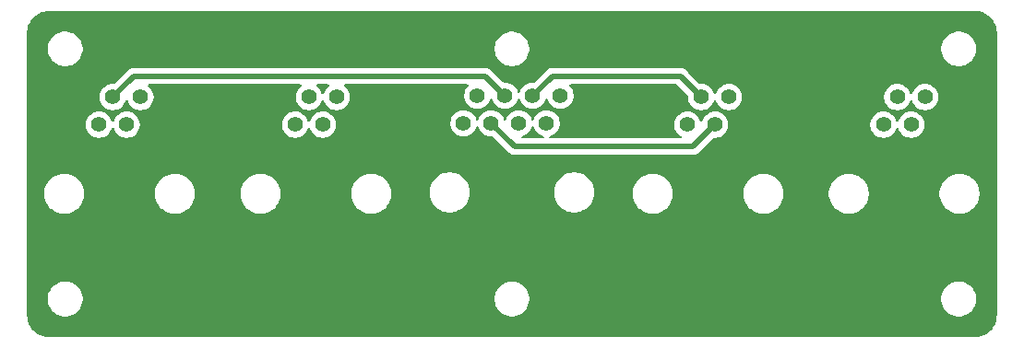
<source format=gbr>
%TF.GenerationSoftware,KiCad,Pcbnew,9.0.1-9.0.1-0~ubuntu24.04.1*%
%TF.CreationDate,2025-04-15T12:59:23-07:00*%
%TF.ProjectId,pots-over-cat6,706f7473-2d6f-4766-9572-2d636174362e,rev?*%
%TF.SameCoordinates,Original*%
%TF.FileFunction,Copper,L2,Bot*%
%TF.FilePolarity,Positive*%
%FSLAX46Y46*%
G04 Gerber Fmt 4.6, Leading zero omitted, Abs format (unit mm)*
G04 Created by KiCad (PCBNEW 9.0.1-9.0.1-0~ubuntu24.04.1) date 2025-04-15 12:59:23*
%MOMM*%
%LPD*%
G01*
G04 APERTURE LIST*
%TA.AperFunction,ComponentPad*%
%ADD10C,1.408000*%
%TD*%
%TA.AperFunction,Conductor*%
%ADD11C,0.500000*%
%TD*%
G04 APERTURE END LIST*
D10*
%TO.P,J5,8*%
%TO.N,/Br*%
X160445000Y-108310000D03*
%TO.P,J5,7*%
%TO.N,/WBr*%
X159175000Y-110850000D03*
%TO.P,J5,6*%
%TO.N,/G*%
X157905000Y-108310000D03*
%TO.P,J5,5*%
%TO.N,/WB*%
X156635000Y-110850000D03*
%TO.P,J5,4*%
%TO.N,/B*%
X155365000Y-108310000D03*
%TO.P,J5,3*%
%TO.N,/WG*%
X154095000Y-110850000D03*
%TO.P,J5,2*%
%TO.N,/O*%
X152825000Y-108310000D03*
%TO.P,J5,1*%
%TO.N,/WO*%
X151555000Y-110850000D03*
%TD*%
%TO.P,J4,4*%
%TO.N,unconnected-(J4-Pad4)*%
X193905000Y-108430000D03*
%TO.P,J4,3*%
%TO.N,/WBr*%
X192635000Y-110970000D03*
%TO.P,J4,2*%
%TO.N,/Br*%
X191365000Y-108430000D03*
%TO.P,J4,1*%
%TO.N,unconnected-(J4-Pad1)*%
X190095000Y-110970000D03*
%TD*%
%TO.P,J1,4*%
%TO.N,unconnected-(J1-Pad4)*%
X121905000Y-108430000D03*
%TO.P,J1,3*%
%TO.N,/WB*%
X120635000Y-110970000D03*
%TO.P,J1,2*%
%TO.N,/B*%
X119365000Y-108430000D03*
%TO.P,J1,1*%
%TO.N,unconnected-(J1-Pad1)*%
X118095000Y-110970000D03*
%TD*%
%TO.P,J2,4*%
%TO.N,unconnected-(J2-Pad4)*%
X139905000Y-108430000D03*
%TO.P,J2,3*%
%TO.N,/WO*%
X138635000Y-110970000D03*
%TO.P,J2,2*%
%TO.N,/O*%
X137365000Y-108430000D03*
%TO.P,J2,1*%
%TO.N,unconnected-(J2-Pad1)*%
X136095000Y-110970000D03*
%TD*%
%TO.P,J3,4*%
%TO.N,unconnected-(J3-Pad4)*%
X175905000Y-108430000D03*
%TO.P,J3,3*%
%TO.N,/WG*%
X174635000Y-110970000D03*
%TO.P,J3,2*%
%TO.N,/G*%
X173365000Y-108430000D03*
%TO.P,J3,1*%
%TO.N,unconnected-(J3-Pad1)*%
X172095000Y-110970000D03*
%TD*%
D11*
%TO.N,/B*%
X155365000Y-108310000D02*
X153555000Y-106500000D01*
X153555000Y-106500000D02*
X121295000Y-106500000D01*
X121295000Y-106500000D02*
X119365000Y-108430000D01*
%TO.N,/WG*%
X174635000Y-110970000D02*
X172605000Y-113000000D01*
X172605000Y-113000000D02*
X156245000Y-113000000D01*
X156245000Y-113000000D02*
X154095000Y-110850000D01*
%TO.N,/G*%
X171500000Y-106565000D02*
X171500000Y-106500000D01*
X173365000Y-108430000D02*
X171500000Y-106565000D01*
X171500000Y-106500000D02*
X159715000Y-106500000D01*
X159715000Y-106500000D02*
X157905000Y-108310000D01*
%TD*%
%TA.AperFunction,NonConductor*%
G36*
X198504043Y-100500765D02*
G01*
X198752895Y-100517075D01*
X198768953Y-100519190D01*
X198976105Y-100560395D01*
X199009535Y-100567045D01*
X199025202Y-100571243D01*
X199194947Y-100628863D01*
X199257481Y-100650091D01*
X199272458Y-100656294D01*
X199481799Y-100759529D01*
X199492460Y-100764787D01*
X199506508Y-100772897D01*
X199710464Y-100909177D01*
X199723328Y-100919048D01*
X199907749Y-101080781D01*
X199919218Y-101092250D01*
X200080951Y-101276671D01*
X200090825Y-101289539D01*
X200227102Y-101493492D01*
X200235212Y-101507539D01*
X200343702Y-101727534D01*
X200349909Y-101742520D01*
X200428756Y-101974797D01*
X200432954Y-101990464D01*
X200480807Y-102231035D01*
X200482925Y-102247116D01*
X200499235Y-102495956D01*
X200499500Y-102504066D01*
X200499500Y-128495933D01*
X200499235Y-128504043D01*
X200482925Y-128752883D01*
X200480807Y-128768964D01*
X200432954Y-129009535D01*
X200428756Y-129025202D01*
X200349909Y-129257479D01*
X200343702Y-129272465D01*
X200235212Y-129492460D01*
X200227102Y-129506507D01*
X200090825Y-129710460D01*
X200080951Y-129723328D01*
X199919218Y-129907749D01*
X199907749Y-129919218D01*
X199723328Y-130080951D01*
X199710460Y-130090825D01*
X199506507Y-130227102D01*
X199492460Y-130235212D01*
X199272465Y-130343702D01*
X199257479Y-130349909D01*
X199025202Y-130428756D01*
X199009535Y-130432954D01*
X198768964Y-130480807D01*
X198752883Y-130482925D01*
X198504043Y-130499235D01*
X198495933Y-130499500D01*
X113504067Y-130499500D01*
X113495957Y-130499235D01*
X113247116Y-130482925D01*
X113231035Y-130480807D01*
X112990464Y-130432954D01*
X112974797Y-130428756D01*
X112742520Y-130349909D01*
X112727534Y-130343702D01*
X112507539Y-130235212D01*
X112493492Y-130227102D01*
X112289539Y-130090825D01*
X112276671Y-130080951D01*
X112092250Y-129919218D01*
X112080781Y-129907749D01*
X111919048Y-129723328D01*
X111909174Y-129710460D01*
X111772897Y-129506507D01*
X111764787Y-129492460D01*
X111658855Y-129277652D01*
X111656294Y-129272458D01*
X111650090Y-129257479D01*
X111571243Y-129025202D01*
X111567045Y-129009535D01*
X111559186Y-128970026D01*
X111519190Y-128768953D01*
X111517075Y-128752895D01*
X111500765Y-128504043D01*
X111500500Y-128495933D01*
X111500500Y-126874038D01*
X113399500Y-126874038D01*
X113399500Y-127125961D01*
X113438910Y-127374785D01*
X113516760Y-127614383D01*
X113631132Y-127838848D01*
X113779201Y-128042649D01*
X113779205Y-128042654D01*
X113957345Y-128220794D01*
X113957350Y-128220798D01*
X114135117Y-128349952D01*
X114161155Y-128368870D01*
X114289192Y-128434108D01*
X114385616Y-128483239D01*
X114385618Y-128483239D01*
X114385621Y-128483241D01*
X114625215Y-128561090D01*
X114874038Y-128600500D01*
X114874039Y-128600500D01*
X115125961Y-128600500D01*
X115125962Y-128600500D01*
X115374785Y-128561090D01*
X115614379Y-128483241D01*
X115838845Y-128368870D01*
X116042656Y-128220793D01*
X116220793Y-128042656D01*
X116368870Y-127838845D01*
X116483241Y-127614379D01*
X116561090Y-127374785D01*
X116600500Y-127125962D01*
X116600500Y-126874038D01*
X154399500Y-126874038D01*
X154399500Y-127125961D01*
X154438910Y-127374785D01*
X154516760Y-127614383D01*
X154631132Y-127838848D01*
X154779201Y-128042649D01*
X154779205Y-128042654D01*
X154957345Y-128220794D01*
X154957350Y-128220798D01*
X155135117Y-128349952D01*
X155161155Y-128368870D01*
X155289192Y-128434108D01*
X155385616Y-128483239D01*
X155385618Y-128483239D01*
X155385621Y-128483241D01*
X155625215Y-128561090D01*
X155874038Y-128600500D01*
X155874039Y-128600500D01*
X156125961Y-128600500D01*
X156125962Y-128600500D01*
X156374785Y-128561090D01*
X156614379Y-128483241D01*
X156838845Y-128368870D01*
X157042656Y-128220793D01*
X157220793Y-128042656D01*
X157368870Y-127838845D01*
X157483241Y-127614379D01*
X157561090Y-127374785D01*
X157600500Y-127125962D01*
X157600500Y-126874038D01*
X195399500Y-126874038D01*
X195399500Y-127125961D01*
X195438910Y-127374785D01*
X195516760Y-127614383D01*
X195631132Y-127838848D01*
X195779201Y-128042649D01*
X195779205Y-128042654D01*
X195957345Y-128220794D01*
X195957350Y-128220798D01*
X196135117Y-128349952D01*
X196161155Y-128368870D01*
X196289192Y-128434108D01*
X196385616Y-128483239D01*
X196385618Y-128483239D01*
X196385621Y-128483241D01*
X196625215Y-128561090D01*
X196874038Y-128600500D01*
X196874039Y-128600500D01*
X197125961Y-128600500D01*
X197125962Y-128600500D01*
X197374785Y-128561090D01*
X197614379Y-128483241D01*
X197838845Y-128368870D01*
X198042656Y-128220793D01*
X198220793Y-128042656D01*
X198368870Y-127838845D01*
X198483241Y-127614379D01*
X198561090Y-127374785D01*
X198600500Y-127125962D01*
X198600500Y-126874038D01*
X198561090Y-126625215D01*
X198483241Y-126385621D01*
X198483239Y-126385618D01*
X198483239Y-126385616D01*
X198441747Y-126304184D01*
X198368870Y-126161155D01*
X198349952Y-126135117D01*
X198220798Y-125957350D01*
X198220794Y-125957345D01*
X198042654Y-125779205D01*
X198042649Y-125779201D01*
X197838848Y-125631132D01*
X197838847Y-125631131D01*
X197838845Y-125631130D01*
X197768747Y-125595413D01*
X197614383Y-125516760D01*
X197374785Y-125438910D01*
X197125962Y-125399500D01*
X196874038Y-125399500D01*
X196749626Y-125419205D01*
X196625214Y-125438910D01*
X196385616Y-125516760D01*
X196161151Y-125631132D01*
X195957350Y-125779201D01*
X195957345Y-125779205D01*
X195779205Y-125957345D01*
X195779201Y-125957350D01*
X195631132Y-126161151D01*
X195516760Y-126385616D01*
X195438910Y-126625214D01*
X195399500Y-126874038D01*
X157600500Y-126874038D01*
X157561090Y-126625215D01*
X157483241Y-126385621D01*
X157483239Y-126385618D01*
X157483239Y-126385616D01*
X157441747Y-126304184D01*
X157368870Y-126161155D01*
X157349952Y-126135117D01*
X157220798Y-125957350D01*
X157220794Y-125957345D01*
X157042654Y-125779205D01*
X157042649Y-125779201D01*
X156838848Y-125631132D01*
X156838847Y-125631131D01*
X156838845Y-125631130D01*
X156768747Y-125595413D01*
X156614383Y-125516760D01*
X156374785Y-125438910D01*
X156125962Y-125399500D01*
X155874038Y-125399500D01*
X155749626Y-125419205D01*
X155625214Y-125438910D01*
X155385616Y-125516760D01*
X155161151Y-125631132D01*
X154957350Y-125779201D01*
X154957345Y-125779205D01*
X154779205Y-125957345D01*
X154779201Y-125957350D01*
X154631132Y-126161151D01*
X154516760Y-126385616D01*
X154438910Y-126625214D01*
X154399500Y-126874038D01*
X116600500Y-126874038D01*
X116561090Y-126625215D01*
X116483241Y-126385621D01*
X116483239Y-126385618D01*
X116483239Y-126385616D01*
X116441747Y-126304184D01*
X116368870Y-126161155D01*
X116349952Y-126135117D01*
X116220798Y-125957350D01*
X116220794Y-125957345D01*
X116042654Y-125779205D01*
X116042649Y-125779201D01*
X115838848Y-125631132D01*
X115838847Y-125631131D01*
X115838845Y-125631130D01*
X115768747Y-125595413D01*
X115614383Y-125516760D01*
X115374785Y-125438910D01*
X115125962Y-125399500D01*
X114874038Y-125399500D01*
X114749626Y-125419205D01*
X114625214Y-125438910D01*
X114385616Y-125516760D01*
X114161151Y-125631132D01*
X113957350Y-125779201D01*
X113957345Y-125779205D01*
X113779205Y-125957345D01*
X113779201Y-125957350D01*
X113631132Y-126161151D01*
X113516760Y-126385616D01*
X113438910Y-126625214D01*
X113399500Y-126874038D01*
X111500500Y-126874038D01*
X111500500Y-117199701D01*
X113084500Y-117199701D01*
X113084500Y-117440298D01*
X113084501Y-117440314D01*
X113115905Y-117678853D01*
X113178183Y-117911275D01*
X113270253Y-118133553D01*
X113270261Y-118133570D01*
X113390558Y-118341929D01*
X113390569Y-118341945D01*
X113537035Y-118532824D01*
X113537041Y-118532831D01*
X113707168Y-118702958D01*
X113707175Y-118702964D01*
X113741681Y-118729441D01*
X113898063Y-118849437D01*
X113898070Y-118849441D01*
X114106429Y-118969738D01*
X114106434Y-118969740D01*
X114106437Y-118969742D01*
X114106441Y-118969743D01*
X114106446Y-118969746D01*
X114328724Y-119061816D01*
X114328726Y-119061816D01*
X114328732Y-119061819D01*
X114561143Y-119124094D01*
X114799695Y-119155500D01*
X114799702Y-119155500D01*
X115040298Y-119155500D01*
X115040305Y-119155500D01*
X115278857Y-119124094D01*
X115511268Y-119061819D01*
X115733563Y-118969742D01*
X115941937Y-118849437D01*
X116132826Y-118702963D01*
X116302963Y-118532826D01*
X116449437Y-118341937D01*
X116569742Y-118133563D01*
X116661819Y-117911268D01*
X116724094Y-117678857D01*
X116755500Y-117440305D01*
X116755500Y-117199701D01*
X123244500Y-117199701D01*
X123244500Y-117440298D01*
X123244501Y-117440314D01*
X123275905Y-117678853D01*
X123338183Y-117911275D01*
X123430253Y-118133553D01*
X123430261Y-118133570D01*
X123550558Y-118341929D01*
X123550569Y-118341945D01*
X123697035Y-118532824D01*
X123697041Y-118532831D01*
X123867168Y-118702958D01*
X123867175Y-118702964D01*
X123901681Y-118729441D01*
X124058063Y-118849437D01*
X124058070Y-118849441D01*
X124266429Y-118969738D01*
X124266434Y-118969740D01*
X124266437Y-118969742D01*
X124266441Y-118969743D01*
X124266446Y-118969746D01*
X124488724Y-119061816D01*
X124488726Y-119061816D01*
X124488732Y-119061819D01*
X124721143Y-119124094D01*
X124959695Y-119155500D01*
X124959702Y-119155500D01*
X125200298Y-119155500D01*
X125200305Y-119155500D01*
X125438857Y-119124094D01*
X125671268Y-119061819D01*
X125893563Y-118969742D01*
X126101937Y-118849437D01*
X126292826Y-118702963D01*
X126462963Y-118532826D01*
X126609437Y-118341937D01*
X126729742Y-118133563D01*
X126821819Y-117911268D01*
X126884094Y-117678857D01*
X126915500Y-117440305D01*
X126915500Y-117199701D01*
X131084500Y-117199701D01*
X131084500Y-117440298D01*
X131084501Y-117440314D01*
X131115905Y-117678853D01*
X131178183Y-117911275D01*
X131270253Y-118133553D01*
X131270261Y-118133570D01*
X131390558Y-118341929D01*
X131390569Y-118341945D01*
X131537035Y-118532824D01*
X131537041Y-118532831D01*
X131707168Y-118702958D01*
X131707175Y-118702964D01*
X131741681Y-118729441D01*
X131898063Y-118849437D01*
X131898070Y-118849441D01*
X132106429Y-118969738D01*
X132106434Y-118969740D01*
X132106437Y-118969742D01*
X132106441Y-118969743D01*
X132106446Y-118969746D01*
X132328724Y-119061816D01*
X132328726Y-119061816D01*
X132328732Y-119061819D01*
X132561143Y-119124094D01*
X132799695Y-119155500D01*
X132799702Y-119155500D01*
X133040298Y-119155500D01*
X133040305Y-119155500D01*
X133278857Y-119124094D01*
X133511268Y-119061819D01*
X133733563Y-118969742D01*
X133941937Y-118849437D01*
X134132826Y-118702963D01*
X134302963Y-118532826D01*
X134449437Y-118341937D01*
X134569742Y-118133563D01*
X134661819Y-117911268D01*
X134724094Y-117678857D01*
X134755500Y-117440305D01*
X134755500Y-117199701D01*
X141244500Y-117199701D01*
X141244500Y-117440298D01*
X141244501Y-117440314D01*
X141275905Y-117678853D01*
X141338183Y-117911275D01*
X141430253Y-118133553D01*
X141430261Y-118133570D01*
X141550558Y-118341929D01*
X141550569Y-118341945D01*
X141697035Y-118532824D01*
X141697041Y-118532831D01*
X141867168Y-118702958D01*
X141867175Y-118702964D01*
X141901681Y-118729441D01*
X142058063Y-118849437D01*
X142058070Y-118849441D01*
X142266429Y-118969738D01*
X142266434Y-118969740D01*
X142266437Y-118969742D01*
X142266441Y-118969743D01*
X142266446Y-118969746D01*
X142488724Y-119061816D01*
X142488726Y-119061816D01*
X142488732Y-119061819D01*
X142721143Y-119124094D01*
X142959695Y-119155500D01*
X142959702Y-119155500D01*
X143200298Y-119155500D01*
X143200305Y-119155500D01*
X143438857Y-119124094D01*
X143671268Y-119061819D01*
X143893563Y-118969742D01*
X144101937Y-118849437D01*
X144292826Y-118702963D01*
X144462963Y-118532826D01*
X144609437Y-118341937D01*
X144729742Y-118133563D01*
X144821819Y-117911268D01*
X144884094Y-117678857D01*
X144915500Y-117440305D01*
X144915500Y-117199695D01*
X144899702Y-117079701D01*
X148449500Y-117079701D01*
X148449500Y-117320298D01*
X148449501Y-117320314D01*
X148480905Y-117558853D01*
X148543183Y-117791275D01*
X148635253Y-118013553D01*
X148635261Y-118013570D01*
X148755558Y-118221929D01*
X148755569Y-118221945D01*
X148902035Y-118412824D01*
X148902041Y-118412831D01*
X149072168Y-118582958D01*
X149072174Y-118582963D01*
X149263063Y-118729437D01*
X149263070Y-118729441D01*
X149471429Y-118849738D01*
X149471434Y-118849740D01*
X149471437Y-118849742D01*
X149471441Y-118849743D01*
X149471446Y-118849746D01*
X149693724Y-118941816D01*
X149693726Y-118941816D01*
X149693732Y-118941819D01*
X149926143Y-119004094D01*
X150164695Y-119035500D01*
X150164702Y-119035500D01*
X150405298Y-119035500D01*
X150405305Y-119035500D01*
X150643857Y-119004094D01*
X150876268Y-118941819D01*
X151098563Y-118849742D01*
X151306937Y-118729437D01*
X151497826Y-118582963D01*
X151667963Y-118412826D01*
X151814437Y-118221937D01*
X151934742Y-118013563D01*
X152026819Y-117791268D01*
X152089094Y-117558857D01*
X152120500Y-117320305D01*
X152120500Y-117079701D01*
X159879500Y-117079701D01*
X159879500Y-117320298D01*
X159879501Y-117320314D01*
X159910905Y-117558853D01*
X159973183Y-117791275D01*
X160065253Y-118013553D01*
X160065261Y-118013570D01*
X160185558Y-118221929D01*
X160185569Y-118221945D01*
X160332035Y-118412824D01*
X160332041Y-118412831D01*
X160502168Y-118582958D01*
X160502174Y-118582963D01*
X160693063Y-118729437D01*
X160693070Y-118729441D01*
X160901429Y-118849738D01*
X160901434Y-118849740D01*
X160901437Y-118849742D01*
X160901441Y-118849743D01*
X160901446Y-118849746D01*
X161123724Y-118941816D01*
X161123726Y-118941816D01*
X161123732Y-118941819D01*
X161356143Y-119004094D01*
X161594695Y-119035500D01*
X161594702Y-119035500D01*
X161835298Y-119035500D01*
X161835305Y-119035500D01*
X162073857Y-119004094D01*
X162306268Y-118941819D01*
X162528563Y-118849742D01*
X162736937Y-118729437D01*
X162927826Y-118582963D01*
X163097963Y-118412826D01*
X163244437Y-118221937D01*
X163364742Y-118013563D01*
X163456819Y-117791268D01*
X163519094Y-117558857D01*
X163550500Y-117320305D01*
X163550500Y-117199701D01*
X167084500Y-117199701D01*
X167084500Y-117440298D01*
X167084501Y-117440314D01*
X167115905Y-117678853D01*
X167178183Y-117911275D01*
X167270253Y-118133553D01*
X167270261Y-118133570D01*
X167390558Y-118341929D01*
X167390569Y-118341945D01*
X167537035Y-118532824D01*
X167537041Y-118532831D01*
X167707168Y-118702958D01*
X167707175Y-118702964D01*
X167741681Y-118729441D01*
X167898063Y-118849437D01*
X167898070Y-118849441D01*
X168106429Y-118969738D01*
X168106434Y-118969740D01*
X168106437Y-118969742D01*
X168106441Y-118969743D01*
X168106446Y-118969746D01*
X168328724Y-119061816D01*
X168328726Y-119061816D01*
X168328732Y-119061819D01*
X168561143Y-119124094D01*
X168799695Y-119155500D01*
X168799702Y-119155500D01*
X169040298Y-119155500D01*
X169040305Y-119155500D01*
X169278857Y-119124094D01*
X169511268Y-119061819D01*
X169733563Y-118969742D01*
X169941937Y-118849437D01*
X170132826Y-118702963D01*
X170302963Y-118532826D01*
X170449437Y-118341937D01*
X170569742Y-118133563D01*
X170661819Y-117911268D01*
X170724094Y-117678857D01*
X170755500Y-117440305D01*
X170755500Y-117199701D01*
X177244500Y-117199701D01*
X177244500Y-117440298D01*
X177244501Y-117440314D01*
X177275905Y-117678853D01*
X177338183Y-117911275D01*
X177430253Y-118133553D01*
X177430261Y-118133570D01*
X177550558Y-118341929D01*
X177550569Y-118341945D01*
X177697035Y-118532824D01*
X177697041Y-118532831D01*
X177867168Y-118702958D01*
X177867175Y-118702964D01*
X177901681Y-118729441D01*
X178058063Y-118849437D01*
X178058070Y-118849441D01*
X178266429Y-118969738D01*
X178266434Y-118969740D01*
X178266437Y-118969742D01*
X178266441Y-118969743D01*
X178266446Y-118969746D01*
X178488724Y-119061816D01*
X178488726Y-119061816D01*
X178488732Y-119061819D01*
X178721143Y-119124094D01*
X178959695Y-119155500D01*
X178959702Y-119155500D01*
X179200298Y-119155500D01*
X179200305Y-119155500D01*
X179438857Y-119124094D01*
X179671268Y-119061819D01*
X179893563Y-118969742D01*
X180101937Y-118849437D01*
X180292826Y-118702963D01*
X180462963Y-118532826D01*
X180609437Y-118341937D01*
X180729742Y-118133563D01*
X180821819Y-117911268D01*
X180884094Y-117678857D01*
X180915500Y-117440305D01*
X180915500Y-117199701D01*
X185084500Y-117199701D01*
X185084500Y-117440298D01*
X185084501Y-117440314D01*
X185115905Y-117678853D01*
X185178183Y-117911275D01*
X185270253Y-118133553D01*
X185270261Y-118133570D01*
X185390558Y-118341929D01*
X185390569Y-118341945D01*
X185537035Y-118532824D01*
X185537041Y-118532831D01*
X185707168Y-118702958D01*
X185707175Y-118702964D01*
X185741681Y-118729441D01*
X185898063Y-118849437D01*
X185898070Y-118849441D01*
X186106429Y-118969738D01*
X186106434Y-118969740D01*
X186106437Y-118969742D01*
X186106441Y-118969743D01*
X186106446Y-118969746D01*
X186328724Y-119061816D01*
X186328726Y-119061816D01*
X186328732Y-119061819D01*
X186561143Y-119124094D01*
X186799695Y-119155500D01*
X186799702Y-119155500D01*
X187040298Y-119155500D01*
X187040305Y-119155500D01*
X187278857Y-119124094D01*
X187511268Y-119061819D01*
X187733563Y-118969742D01*
X187941937Y-118849437D01*
X188132826Y-118702963D01*
X188302963Y-118532826D01*
X188449437Y-118341937D01*
X188569742Y-118133563D01*
X188661819Y-117911268D01*
X188724094Y-117678857D01*
X188755500Y-117440305D01*
X188755500Y-117199701D01*
X195244500Y-117199701D01*
X195244500Y-117440298D01*
X195244501Y-117440314D01*
X195275905Y-117678853D01*
X195338183Y-117911275D01*
X195430253Y-118133553D01*
X195430261Y-118133570D01*
X195550558Y-118341929D01*
X195550569Y-118341945D01*
X195697035Y-118532824D01*
X195697041Y-118532831D01*
X195867168Y-118702958D01*
X195867175Y-118702964D01*
X195901681Y-118729441D01*
X196058063Y-118849437D01*
X196058070Y-118849441D01*
X196266429Y-118969738D01*
X196266434Y-118969740D01*
X196266437Y-118969742D01*
X196266441Y-118969743D01*
X196266446Y-118969746D01*
X196488724Y-119061816D01*
X196488726Y-119061816D01*
X196488732Y-119061819D01*
X196721143Y-119124094D01*
X196959695Y-119155500D01*
X196959702Y-119155500D01*
X197200298Y-119155500D01*
X197200305Y-119155500D01*
X197438857Y-119124094D01*
X197671268Y-119061819D01*
X197893563Y-118969742D01*
X198101937Y-118849437D01*
X198292826Y-118702963D01*
X198462963Y-118532826D01*
X198609437Y-118341937D01*
X198729742Y-118133563D01*
X198821819Y-117911268D01*
X198884094Y-117678857D01*
X198915500Y-117440305D01*
X198915500Y-117199695D01*
X198884094Y-116961143D01*
X198821819Y-116728732D01*
X198772110Y-116608724D01*
X198729746Y-116506446D01*
X198729738Y-116506429D01*
X198609441Y-116298070D01*
X198609437Y-116298063D01*
X198462963Y-116107174D01*
X198462958Y-116107168D01*
X198292831Y-115937041D01*
X198292824Y-115937035D01*
X198101945Y-115790569D01*
X198101943Y-115790567D01*
X198101937Y-115790563D01*
X198101932Y-115790560D01*
X198101929Y-115790558D01*
X197893570Y-115670261D01*
X197893553Y-115670253D01*
X197671275Y-115578183D01*
X197438853Y-115515905D01*
X197200314Y-115484501D01*
X197200311Y-115484500D01*
X197200305Y-115484500D01*
X196959695Y-115484500D01*
X196959689Y-115484500D01*
X196959685Y-115484501D01*
X196721146Y-115515905D01*
X196488724Y-115578183D01*
X196266446Y-115670253D01*
X196266429Y-115670261D01*
X196058070Y-115790558D01*
X196058054Y-115790569D01*
X195867175Y-115937035D01*
X195867168Y-115937041D01*
X195697041Y-116107168D01*
X195697035Y-116107175D01*
X195550569Y-116298054D01*
X195550558Y-116298070D01*
X195430261Y-116506429D01*
X195430253Y-116506446D01*
X195338183Y-116728724D01*
X195275905Y-116961146D01*
X195244501Y-117199685D01*
X195244500Y-117199701D01*
X188755500Y-117199701D01*
X188755500Y-117199695D01*
X188724094Y-116961143D01*
X188661819Y-116728732D01*
X188612110Y-116608724D01*
X188569746Y-116506446D01*
X188569738Y-116506429D01*
X188449441Y-116298070D01*
X188449437Y-116298063D01*
X188302963Y-116107174D01*
X188302958Y-116107168D01*
X188132831Y-115937041D01*
X188132824Y-115937035D01*
X187941945Y-115790569D01*
X187941943Y-115790567D01*
X187941937Y-115790563D01*
X187941932Y-115790560D01*
X187941929Y-115790558D01*
X187733570Y-115670261D01*
X187733553Y-115670253D01*
X187511275Y-115578183D01*
X187278853Y-115515905D01*
X187040314Y-115484501D01*
X187040311Y-115484500D01*
X187040305Y-115484500D01*
X186799695Y-115484500D01*
X186799689Y-115484500D01*
X186799685Y-115484501D01*
X186561146Y-115515905D01*
X186328724Y-115578183D01*
X186106446Y-115670253D01*
X186106429Y-115670261D01*
X185898070Y-115790558D01*
X185898054Y-115790569D01*
X185707175Y-115937035D01*
X185707168Y-115937041D01*
X185537041Y-116107168D01*
X185537035Y-116107175D01*
X185390569Y-116298054D01*
X185390558Y-116298070D01*
X185270261Y-116506429D01*
X185270253Y-116506446D01*
X185178183Y-116728724D01*
X185115905Y-116961146D01*
X185084501Y-117199685D01*
X185084500Y-117199701D01*
X180915500Y-117199701D01*
X180915500Y-117199695D01*
X180884094Y-116961143D01*
X180821819Y-116728732D01*
X180772110Y-116608724D01*
X180729746Y-116506446D01*
X180729738Y-116506429D01*
X180609441Y-116298070D01*
X180609437Y-116298063D01*
X180462963Y-116107174D01*
X180462958Y-116107168D01*
X180292831Y-115937041D01*
X180292824Y-115937035D01*
X180101945Y-115790569D01*
X180101943Y-115790567D01*
X180101937Y-115790563D01*
X180101932Y-115790560D01*
X180101929Y-115790558D01*
X179893570Y-115670261D01*
X179893553Y-115670253D01*
X179671275Y-115578183D01*
X179438853Y-115515905D01*
X179200314Y-115484501D01*
X179200311Y-115484500D01*
X179200305Y-115484500D01*
X178959695Y-115484500D01*
X178959689Y-115484500D01*
X178959685Y-115484501D01*
X178721146Y-115515905D01*
X178488724Y-115578183D01*
X178266446Y-115670253D01*
X178266429Y-115670261D01*
X178058070Y-115790558D01*
X178058054Y-115790569D01*
X177867175Y-115937035D01*
X177867168Y-115937041D01*
X177697041Y-116107168D01*
X177697035Y-116107175D01*
X177550569Y-116298054D01*
X177550558Y-116298070D01*
X177430261Y-116506429D01*
X177430253Y-116506446D01*
X177338183Y-116728724D01*
X177275905Y-116961146D01*
X177244501Y-117199685D01*
X177244500Y-117199701D01*
X170755500Y-117199701D01*
X170755500Y-117199695D01*
X170724094Y-116961143D01*
X170661819Y-116728732D01*
X170612110Y-116608724D01*
X170569746Y-116506446D01*
X170569738Y-116506429D01*
X170449441Y-116298070D01*
X170449437Y-116298063D01*
X170302963Y-116107174D01*
X170302958Y-116107168D01*
X170132831Y-115937041D01*
X170132824Y-115937035D01*
X169941945Y-115790569D01*
X169941943Y-115790567D01*
X169941937Y-115790563D01*
X169941932Y-115790560D01*
X169941929Y-115790558D01*
X169733570Y-115670261D01*
X169733553Y-115670253D01*
X169511275Y-115578183D01*
X169278853Y-115515905D01*
X169040314Y-115484501D01*
X169040311Y-115484500D01*
X169040305Y-115484500D01*
X168799695Y-115484500D01*
X168799689Y-115484500D01*
X168799685Y-115484501D01*
X168561146Y-115515905D01*
X168328724Y-115578183D01*
X168106446Y-115670253D01*
X168106429Y-115670261D01*
X167898070Y-115790558D01*
X167898054Y-115790569D01*
X167707175Y-115937035D01*
X167707168Y-115937041D01*
X167537041Y-116107168D01*
X167537035Y-116107175D01*
X167390569Y-116298054D01*
X167390558Y-116298070D01*
X167270261Y-116506429D01*
X167270253Y-116506446D01*
X167178183Y-116728724D01*
X167115905Y-116961146D01*
X167084501Y-117199685D01*
X167084500Y-117199701D01*
X163550500Y-117199701D01*
X163550500Y-117079695D01*
X163519094Y-116841143D01*
X163456819Y-116608732D01*
X163414447Y-116506437D01*
X163364746Y-116386446D01*
X163364738Y-116386429D01*
X163244441Y-116178070D01*
X163244437Y-116178063D01*
X163097963Y-115987174D01*
X163097958Y-115987168D01*
X162927831Y-115817041D01*
X162927824Y-115817035D01*
X162736945Y-115670569D01*
X162736943Y-115670567D01*
X162736937Y-115670563D01*
X162736932Y-115670560D01*
X162736929Y-115670558D01*
X162528570Y-115550261D01*
X162528553Y-115550253D01*
X162306275Y-115458183D01*
X162073853Y-115395905D01*
X161835314Y-115364501D01*
X161835311Y-115364500D01*
X161835305Y-115364500D01*
X161594695Y-115364500D01*
X161594689Y-115364500D01*
X161594685Y-115364501D01*
X161356146Y-115395905D01*
X161123724Y-115458183D01*
X160901446Y-115550253D01*
X160901429Y-115550261D01*
X160693070Y-115670558D01*
X160693054Y-115670569D01*
X160502175Y-115817035D01*
X160502168Y-115817041D01*
X160332041Y-115987168D01*
X160332035Y-115987175D01*
X160185569Y-116178054D01*
X160185558Y-116178070D01*
X160065261Y-116386429D01*
X160065253Y-116386446D01*
X159973183Y-116608724D01*
X159910905Y-116841146D01*
X159879501Y-117079685D01*
X159879500Y-117079701D01*
X152120500Y-117079701D01*
X152120500Y-117079695D01*
X152089094Y-116841143D01*
X152026819Y-116608732D01*
X151984447Y-116506437D01*
X151934746Y-116386446D01*
X151934738Y-116386429D01*
X151814441Y-116178070D01*
X151814437Y-116178063D01*
X151667963Y-115987174D01*
X151667958Y-115987168D01*
X151497831Y-115817041D01*
X151497824Y-115817035D01*
X151306945Y-115670569D01*
X151306943Y-115670567D01*
X151306937Y-115670563D01*
X151306932Y-115670560D01*
X151306929Y-115670558D01*
X151098570Y-115550261D01*
X151098553Y-115550253D01*
X150876275Y-115458183D01*
X150643853Y-115395905D01*
X150405314Y-115364501D01*
X150405311Y-115364500D01*
X150405305Y-115364500D01*
X150164695Y-115364500D01*
X150164689Y-115364500D01*
X150164685Y-115364501D01*
X149926146Y-115395905D01*
X149693724Y-115458183D01*
X149471446Y-115550253D01*
X149471429Y-115550261D01*
X149263070Y-115670558D01*
X149263054Y-115670569D01*
X149072175Y-115817035D01*
X149072168Y-115817041D01*
X148902041Y-115987168D01*
X148902035Y-115987175D01*
X148755569Y-116178054D01*
X148755558Y-116178070D01*
X148635261Y-116386429D01*
X148635253Y-116386446D01*
X148543183Y-116608724D01*
X148480905Y-116841146D01*
X148449501Y-117079685D01*
X148449500Y-117079701D01*
X144899702Y-117079701D01*
X144884094Y-116961143D01*
X144821819Y-116728732D01*
X144772110Y-116608724D01*
X144729746Y-116506446D01*
X144729738Y-116506429D01*
X144609441Y-116298070D01*
X144609437Y-116298063D01*
X144462963Y-116107174D01*
X144462958Y-116107168D01*
X144292831Y-115937041D01*
X144292824Y-115937035D01*
X144101945Y-115790569D01*
X144101943Y-115790567D01*
X144101937Y-115790563D01*
X144101932Y-115790560D01*
X144101929Y-115790558D01*
X143893570Y-115670261D01*
X143893553Y-115670253D01*
X143671275Y-115578183D01*
X143438853Y-115515905D01*
X143200314Y-115484501D01*
X143200311Y-115484500D01*
X143200305Y-115484500D01*
X142959695Y-115484500D01*
X142959689Y-115484500D01*
X142959685Y-115484501D01*
X142721146Y-115515905D01*
X142488724Y-115578183D01*
X142266446Y-115670253D01*
X142266429Y-115670261D01*
X142058070Y-115790558D01*
X142058054Y-115790569D01*
X141867175Y-115937035D01*
X141867168Y-115937041D01*
X141697041Y-116107168D01*
X141697035Y-116107175D01*
X141550569Y-116298054D01*
X141550558Y-116298070D01*
X141430261Y-116506429D01*
X141430253Y-116506446D01*
X141338183Y-116728724D01*
X141275905Y-116961146D01*
X141244501Y-117199685D01*
X141244500Y-117199701D01*
X134755500Y-117199701D01*
X134755500Y-117199695D01*
X134724094Y-116961143D01*
X134661819Y-116728732D01*
X134612110Y-116608724D01*
X134569746Y-116506446D01*
X134569738Y-116506429D01*
X134449441Y-116298070D01*
X134449437Y-116298063D01*
X134302963Y-116107174D01*
X134302958Y-116107168D01*
X134132831Y-115937041D01*
X134132824Y-115937035D01*
X133941945Y-115790569D01*
X133941943Y-115790567D01*
X133941937Y-115790563D01*
X133941932Y-115790560D01*
X133941929Y-115790558D01*
X133733570Y-115670261D01*
X133733553Y-115670253D01*
X133511275Y-115578183D01*
X133278853Y-115515905D01*
X133040314Y-115484501D01*
X133040311Y-115484500D01*
X133040305Y-115484500D01*
X132799695Y-115484500D01*
X132799689Y-115484500D01*
X132799685Y-115484501D01*
X132561146Y-115515905D01*
X132328724Y-115578183D01*
X132106446Y-115670253D01*
X132106429Y-115670261D01*
X131898070Y-115790558D01*
X131898054Y-115790569D01*
X131707175Y-115937035D01*
X131707168Y-115937041D01*
X131537041Y-116107168D01*
X131537035Y-116107175D01*
X131390569Y-116298054D01*
X131390558Y-116298070D01*
X131270261Y-116506429D01*
X131270253Y-116506446D01*
X131178183Y-116728724D01*
X131115905Y-116961146D01*
X131084501Y-117199685D01*
X131084500Y-117199701D01*
X126915500Y-117199701D01*
X126915500Y-117199695D01*
X126884094Y-116961143D01*
X126821819Y-116728732D01*
X126772110Y-116608724D01*
X126729746Y-116506446D01*
X126729738Y-116506429D01*
X126609441Y-116298070D01*
X126609437Y-116298063D01*
X126462963Y-116107174D01*
X126462958Y-116107168D01*
X126292831Y-115937041D01*
X126292824Y-115937035D01*
X126101945Y-115790569D01*
X126101943Y-115790567D01*
X126101937Y-115790563D01*
X126101932Y-115790560D01*
X126101929Y-115790558D01*
X125893570Y-115670261D01*
X125893553Y-115670253D01*
X125671275Y-115578183D01*
X125438853Y-115515905D01*
X125200314Y-115484501D01*
X125200311Y-115484500D01*
X125200305Y-115484500D01*
X124959695Y-115484500D01*
X124959689Y-115484500D01*
X124959685Y-115484501D01*
X124721146Y-115515905D01*
X124488724Y-115578183D01*
X124266446Y-115670253D01*
X124266429Y-115670261D01*
X124058070Y-115790558D01*
X124058054Y-115790569D01*
X123867175Y-115937035D01*
X123867168Y-115937041D01*
X123697041Y-116107168D01*
X123697035Y-116107175D01*
X123550569Y-116298054D01*
X123550558Y-116298070D01*
X123430261Y-116506429D01*
X123430253Y-116506446D01*
X123338183Y-116728724D01*
X123275905Y-116961146D01*
X123244501Y-117199685D01*
X123244500Y-117199701D01*
X116755500Y-117199701D01*
X116755500Y-117199695D01*
X116724094Y-116961143D01*
X116661819Y-116728732D01*
X116612110Y-116608724D01*
X116569746Y-116506446D01*
X116569738Y-116506429D01*
X116449441Y-116298070D01*
X116449437Y-116298063D01*
X116302963Y-116107174D01*
X116302958Y-116107168D01*
X116132831Y-115937041D01*
X116132824Y-115937035D01*
X115941945Y-115790569D01*
X115941943Y-115790567D01*
X115941937Y-115790563D01*
X115941932Y-115790560D01*
X115941929Y-115790558D01*
X115733570Y-115670261D01*
X115733553Y-115670253D01*
X115511275Y-115578183D01*
X115278853Y-115515905D01*
X115040314Y-115484501D01*
X115040311Y-115484500D01*
X115040305Y-115484500D01*
X114799695Y-115484500D01*
X114799689Y-115484500D01*
X114799685Y-115484501D01*
X114561146Y-115515905D01*
X114328724Y-115578183D01*
X114106446Y-115670253D01*
X114106429Y-115670261D01*
X113898070Y-115790558D01*
X113898054Y-115790569D01*
X113707175Y-115937035D01*
X113707168Y-115937041D01*
X113537041Y-116107168D01*
X113537035Y-116107175D01*
X113390569Y-116298054D01*
X113390558Y-116298070D01*
X113270261Y-116506429D01*
X113270253Y-116506446D01*
X113178183Y-116728724D01*
X113115905Y-116961146D01*
X113084501Y-117199685D01*
X113084500Y-117199701D01*
X111500500Y-117199701D01*
X111500500Y-110875199D01*
X116890500Y-110875199D01*
X116890500Y-111064800D01*
X116917816Y-111237267D01*
X116920158Y-111252055D01*
X116942931Y-111322141D01*
X116978747Y-111432372D01*
X117064819Y-111601296D01*
X117176259Y-111754679D01*
X117310321Y-111888741D01*
X117463704Y-112000181D01*
X117512104Y-112024842D01*
X117632627Y-112086252D01*
X117632629Y-112086252D01*
X117632632Y-112086254D01*
X117812945Y-112144842D01*
X117906574Y-112159671D01*
X118000200Y-112174500D01*
X118000204Y-112174500D01*
X118189800Y-112174500D01*
X118273022Y-112161318D01*
X118377055Y-112144842D01*
X118557368Y-112086254D01*
X118726296Y-112000181D01*
X118879679Y-111888741D01*
X119013741Y-111754679D01*
X119125181Y-111601296D01*
X119211254Y-111432368D01*
X119247069Y-111322139D01*
X119286507Y-111264465D01*
X119350865Y-111237267D01*
X119419712Y-111249182D01*
X119471187Y-111296426D01*
X119482929Y-111322138D01*
X119518746Y-111432368D01*
X119604819Y-111601296D01*
X119716259Y-111754679D01*
X119850321Y-111888741D01*
X120003704Y-112000181D01*
X120052104Y-112024842D01*
X120172627Y-112086252D01*
X120172629Y-112086252D01*
X120172632Y-112086254D01*
X120352945Y-112144842D01*
X120446574Y-112159671D01*
X120540200Y-112174500D01*
X120540204Y-112174500D01*
X120729800Y-112174500D01*
X120813022Y-112161318D01*
X120917055Y-112144842D01*
X121097368Y-112086254D01*
X121266296Y-112000181D01*
X121419679Y-111888741D01*
X121553741Y-111754679D01*
X121665181Y-111601296D01*
X121751254Y-111432368D01*
X121809842Y-111252055D01*
X121831190Y-111117267D01*
X121839500Y-111064800D01*
X121839500Y-110875199D01*
X134890500Y-110875199D01*
X134890500Y-111064800D01*
X134917816Y-111237267D01*
X134920158Y-111252055D01*
X134942931Y-111322141D01*
X134978747Y-111432372D01*
X135064819Y-111601296D01*
X135176259Y-111754679D01*
X135310321Y-111888741D01*
X135463704Y-112000181D01*
X135512104Y-112024842D01*
X135632627Y-112086252D01*
X135632629Y-112086252D01*
X135632632Y-112086254D01*
X135812945Y-112144842D01*
X135906574Y-112159671D01*
X136000200Y-112174500D01*
X136000204Y-112174500D01*
X136189800Y-112174500D01*
X136273022Y-112161318D01*
X136377055Y-112144842D01*
X136557368Y-112086254D01*
X136726296Y-112000181D01*
X136879679Y-111888741D01*
X137013741Y-111754679D01*
X137125181Y-111601296D01*
X137211254Y-111432368D01*
X137247069Y-111322139D01*
X137286507Y-111264465D01*
X137350865Y-111237267D01*
X137419712Y-111249182D01*
X137471187Y-111296426D01*
X137482929Y-111322138D01*
X137518746Y-111432368D01*
X137604819Y-111601296D01*
X137716259Y-111754679D01*
X137850321Y-111888741D01*
X138003704Y-112000181D01*
X138052104Y-112024842D01*
X138172627Y-112086252D01*
X138172629Y-112086252D01*
X138172632Y-112086254D01*
X138352945Y-112144842D01*
X138446574Y-112159671D01*
X138540200Y-112174500D01*
X138540204Y-112174500D01*
X138729800Y-112174500D01*
X138813022Y-112161318D01*
X138917055Y-112144842D01*
X139097368Y-112086254D01*
X139266296Y-112000181D01*
X139419679Y-111888741D01*
X139553741Y-111754679D01*
X139665181Y-111601296D01*
X139751254Y-111432368D01*
X139809842Y-111252055D01*
X139831190Y-111117267D01*
X139839500Y-111064800D01*
X139839500Y-110875199D01*
X139822795Y-110769730D01*
X139822795Y-110769729D01*
X139820494Y-110755199D01*
X150350500Y-110755199D01*
X150350500Y-110944800D01*
X150369506Y-111064800D01*
X150380158Y-111132055D01*
X150402931Y-111202141D01*
X150438747Y-111312372D01*
X150499889Y-111432368D01*
X150524819Y-111481296D01*
X150636259Y-111634679D01*
X150770321Y-111768741D01*
X150923704Y-111880181D01*
X151003515Y-111920846D01*
X151092627Y-111966252D01*
X151092629Y-111966252D01*
X151092632Y-111966254D01*
X151272945Y-112024842D01*
X151366574Y-112039671D01*
X151460200Y-112054500D01*
X151460204Y-112054500D01*
X151649800Y-112054500D01*
X151733022Y-112041318D01*
X151837055Y-112024842D01*
X152017368Y-111966254D01*
X152186296Y-111880181D01*
X152339679Y-111768741D01*
X152473741Y-111634679D01*
X152585181Y-111481296D01*
X152671254Y-111312368D01*
X152707069Y-111202139D01*
X152746507Y-111144465D01*
X152810865Y-111117267D01*
X152879712Y-111129182D01*
X152931187Y-111176426D01*
X152942929Y-111202138D01*
X152978746Y-111312368D01*
X153064819Y-111481296D01*
X153176259Y-111634679D01*
X153310321Y-111768741D01*
X153463704Y-111880181D01*
X153543515Y-111920846D01*
X153632627Y-111966252D01*
X153632629Y-111966252D01*
X153632632Y-111966254D01*
X153812945Y-112024842D01*
X153906574Y-112039671D01*
X154000200Y-112054500D01*
X154186770Y-112054500D01*
X154253809Y-112074185D01*
X154274451Y-112090819D01*
X155766580Y-113582948D01*
X155766584Y-113582951D01*
X155889498Y-113665080D01*
X155889511Y-113665087D01*
X156026082Y-113721656D01*
X156026087Y-113721658D01*
X156026091Y-113721658D01*
X156026092Y-113721659D01*
X156171079Y-113750500D01*
X156171082Y-113750500D01*
X172678920Y-113750500D01*
X172776462Y-113731096D01*
X172823913Y-113721658D01*
X172960495Y-113665084D01*
X173009729Y-113632186D01*
X173083416Y-113582952D01*
X174455548Y-112210818D01*
X174516871Y-112177334D01*
X174543229Y-112174500D01*
X174729800Y-112174500D01*
X174813022Y-112161318D01*
X174917055Y-112144842D01*
X175097368Y-112086254D01*
X175266296Y-112000181D01*
X175419679Y-111888741D01*
X175553741Y-111754679D01*
X175665181Y-111601296D01*
X175751254Y-111432368D01*
X175809842Y-111252055D01*
X175831190Y-111117267D01*
X175839500Y-111064800D01*
X175839500Y-110875199D01*
X188890500Y-110875199D01*
X188890500Y-111064800D01*
X188917816Y-111237267D01*
X188920158Y-111252055D01*
X188942931Y-111322141D01*
X188978747Y-111432372D01*
X189064819Y-111601296D01*
X189176259Y-111754679D01*
X189310321Y-111888741D01*
X189463704Y-112000181D01*
X189512104Y-112024842D01*
X189632627Y-112086252D01*
X189632629Y-112086252D01*
X189632632Y-112086254D01*
X189812945Y-112144842D01*
X189906574Y-112159671D01*
X190000200Y-112174500D01*
X190000204Y-112174500D01*
X190189800Y-112174500D01*
X190273022Y-112161318D01*
X190377055Y-112144842D01*
X190557368Y-112086254D01*
X190726296Y-112000181D01*
X190879679Y-111888741D01*
X191013741Y-111754679D01*
X191125181Y-111601296D01*
X191211254Y-111432368D01*
X191247069Y-111322139D01*
X191286507Y-111264465D01*
X191350865Y-111237267D01*
X191419712Y-111249182D01*
X191471187Y-111296426D01*
X191482929Y-111322138D01*
X191518746Y-111432368D01*
X191604819Y-111601296D01*
X191716259Y-111754679D01*
X191850321Y-111888741D01*
X192003704Y-112000181D01*
X192052104Y-112024842D01*
X192172627Y-112086252D01*
X192172629Y-112086252D01*
X192172632Y-112086254D01*
X192352945Y-112144842D01*
X192446574Y-112159671D01*
X192540200Y-112174500D01*
X192540204Y-112174500D01*
X192729800Y-112174500D01*
X192813022Y-112161318D01*
X192917055Y-112144842D01*
X193097368Y-112086254D01*
X193266296Y-112000181D01*
X193419679Y-111888741D01*
X193553741Y-111754679D01*
X193665181Y-111601296D01*
X193751254Y-111432368D01*
X193809842Y-111252055D01*
X193831190Y-111117267D01*
X193839500Y-111064800D01*
X193839500Y-110875199D01*
X193820494Y-110755199D01*
X193809842Y-110687945D01*
X193751254Y-110507632D01*
X193751252Y-110507629D01*
X193751252Y-110507627D01*
X193665180Y-110338703D01*
X193577995Y-110218704D01*
X193553741Y-110185321D01*
X193419679Y-110051259D01*
X193266296Y-109939819D01*
X193249496Y-109931259D01*
X193097372Y-109853747D01*
X193038905Y-109834750D01*
X192917055Y-109795158D01*
X192917051Y-109795157D01*
X192917050Y-109795157D01*
X192729800Y-109765500D01*
X192729796Y-109765500D01*
X192540204Y-109765500D01*
X192540200Y-109765500D01*
X192352949Y-109795157D01*
X192352946Y-109795157D01*
X192352945Y-109795158D01*
X192294482Y-109814153D01*
X192172627Y-109853747D01*
X192003703Y-109939819D01*
X191850319Y-110051260D01*
X191716260Y-110185319D01*
X191604819Y-110338703D01*
X191518747Y-110507627D01*
X191482931Y-110617859D01*
X191443493Y-110675534D01*
X191379134Y-110702732D01*
X191310288Y-110690817D01*
X191258812Y-110643573D01*
X191247069Y-110617859D01*
X191235655Y-110582732D01*
X191211254Y-110507632D01*
X191211252Y-110507629D01*
X191211252Y-110507627D01*
X191125180Y-110338703D01*
X191037995Y-110218704D01*
X191013741Y-110185321D01*
X190879679Y-110051259D01*
X190726296Y-109939819D01*
X190709496Y-109931259D01*
X190557372Y-109853747D01*
X190498905Y-109834750D01*
X190377055Y-109795158D01*
X190377051Y-109795157D01*
X190377050Y-109795157D01*
X190189800Y-109765500D01*
X190189796Y-109765500D01*
X190000204Y-109765500D01*
X190000200Y-109765500D01*
X189812949Y-109795157D01*
X189812946Y-109795157D01*
X189812945Y-109795158D01*
X189754482Y-109814153D01*
X189632627Y-109853747D01*
X189463703Y-109939819D01*
X189310319Y-110051260D01*
X189176260Y-110185319D01*
X189064819Y-110338703D01*
X188978747Y-110507627D01*
X188920157Y-110687949D01*
X188890500Y-110875199D01*
X175839500Y-110875199D01*
X175820494Y-110755199D01*
X175809842Y-110687945D01*
X175751254Y-110507632D01*
X175751252Y-110507629D01*
X175751252Y-110507627D01*
X175665180Y-110338703D01*
X175577995Y-110218704D01*
X175553741Y-110185321D01*
X175419679Y-110051259D01*
X175266296Y-109939819D01*
X175249496Y-109931259D01*
X175097372Y-109853747D01*
X175038905Y-109834750D01*
X174917055Y-109795158D01*
X174917051Y-109795157D01*
X174917050Y-109795157D01*
X174729800Y-109765500D01*
X174729796Y-109765500D01*
X174540204Y-109765500D01*
X174540200Y-109765500D01*
X174352949Y-109795157D01*
X174352946Y-109795157D01*
X174352945Y-109795158D01*
X174294482Y-109814153D01*
X174172627Y-109853747D01*
X174003703Y-109939819D01*
X173850319Y-110051260D01*
X173716260Y-110185319D01*
X173604819Y-110338703D01*
X173518747Y-110507627D01*
X173482931Y-110617859D01*
X173443493Y-110675534D01*
X173379134Y-110702732D01*
X173310288Y-110690817D01*
X173258812Y-110643573D01*
X173247069Y-110617859D01*
X173235655Y-110582732D01*
X173211254Y-110507632D01*
X173211252Y-110507629D01*
X173211252Y-110507627D01*
X173125180Y-110338703D01*
X173037995Y-110218704D01*
X173013741Y-110185321D01*
X172879679Y-110051259D01*
X172726296Y-109939819D01*
X172709496Y-109931259D01*
X172557372Y-109853747D01*
X172498905Y-109834750D01*
X172377055Y-109795158D01*
X172377051Y-109795157D01*
X172377050Y-109795157D01*
X172189800Y-109765500D01*
X172189796Y-109765500D01*
X172000204Y-109765500D01*
X172000200Y-109765500D01*
X171812949Y-109795157D01*
X171812946Y-109795157D01*
X171812945Y-109795158D01*
X171754482Y-109814153D01*
X171632627Y-109853747D01*
X171463703Y-109939819D01*
X171310319Y-110051260D01*
X171176260Y-110185319D01*
X171064819Y-110338703D01*
X170978747Y-110507627D01*
X170920157Y-110687949D01*
X170890500Y-110875199D01*
X170890500Y-111064800D01*
X170917816Y-111237267D01*
X170920158Y-111252055D01*
X170942931Y-111322141D01*
X170978747Y-111432372D01*
X171064819Y-111601296D01*
X171176259Y-111754679D01*
X171310321Y-111888741D01*
X171412576Y-111963034D01*
X171463705Y-112000182D01*
X171492817Y-112015015D01*
X171543614Y-112062989D01*
X171560409Y-112130810D01*
X171537872Y-112196945D01*
X171483157Y-112240397D01*
X171436523Y-112249500D01*
X159548532Y-112249500D01*
X159481493Y-112229815D01*
X159435738Y-112177011D01*
X159425794Y-112107853D01*
X159454819Y-112044297D01*
X159510212Y-112007569D01*
X159637368Y-111966254D01*
X159806296Y-111880181D01*
X159959679Y-111768741D01*
X160093741Y-111634679D01*
X160205181Y-111481296D01*
X160291254Y-111312368D01*
X160349842Y-111132055D01*
X160366318Y-111028022D01*
X160379500Y-110944800D01*
X160379500Y-110755199D01*
X160357747Y-110617859D01*
X160349842Y-110567945D01*
X160291254Y-110387632D01*
X160291252Y-110387629D01*
X160291252Y-110387627D01*
X160205180Y-110218703D01*
X160093741Y-110065321D01*
X159959679Y-109931259D01*
X159806296Y-109819819D01*
X159637372Y-109733747D01*
X159578905Y-109714750D01*
X159457055Y-109675158D01*
X159457051Y-109675157D01*
X159457050Y-109675157D01*
X159269800Y-109645500D01*
X159269796Y-109645500D01*
X159080204Y-109645500D01*
X159080200Y-109645500D01*
X158892949Y-109675157D01*
X158892946Y-109675157D01*
X158892945Y-109675158D01*
X158834482Y-109694153D01*
X158712627Y-109733747D01*
X158543703Y-109819819D01*
X158390319Y-109931260D01*
X158256260Y-110065319D01*
X158144819Y-110218703D01*
X158058747Y-110387627D01*
X158022931Y-110497859D01*
X157983493Y-110555534D01*
X157919134Y-110582732D01*
X157850288Y-110570817D01*
X157798812Y-110523573D01*
X157787069Y-110497859D01*
X157751252Y-110387627D01*
X157665180Y-110218703D01*
X157553741Y-110065321D01*
X157419679Y-109931259D01*
X157266296Y-109819819D01*
X157097372Y-109733747D01*
X157038905Y-109714750D01*
X156917055Y-109675158D01*
X156917051Y-109675157D01*
X156917050Y-109675157D01*
X156729800Y-109645500D01*
X156729796Y-109645500D01*
X156540204Y-109645500D01*
X156540200Y-109645500D01*
X156352949Y-109675157D01*
X156352946Y-109675157D01*
X156352945Y-109675158D01*
X156294482Y-109694153D01*
X156172627Y-109733747D01*
X156003703Y-109819819D01*
X155850319Y-109931260D01*
X155716260Y-110065319D01*
X155604819Y-110218703D01*
X155518747Y-110387627D01*
X155482931Y-110497859D01*
X155443493Y-110555534D01*
X155379134Y-110582732D01*
X155310288Y-110570817D01*
X155258812Y-110523573D01*
X155247069Y-110497859D01*
X155211252Y-110387627D01*
X155125180Y-110218703D01*
X155013741Y-110065321D01*
X154879679Y-109931259D01*
X154726296Y-109819819D01*
X154557372Y-109733747D01*
X154498905Y-109714750D01*
X154377055Y-109675158D01*
X154377051Y-109675157D01*
X154377050Y-109675157D01*
X154189800Y-109645500D01*
X154189796Y-109645500D01*
X154000204Y-109645500D01*
X154000200Y-109645500D01*
X153812949Y-109675157D01*
X153812946Y-109675157D01*
X153812945Y-109675158D01*
X153754482Y-109694153D01*
X153632627Y-109733747D01*
X153463703Y-109819819D01*
X153310319Y-109931260D01*
X153176260Y-110065319D01*
X153064819Y-110218703D01*
X152978747Y-110387627D01*
X152942931Y-110497859D01*
X152903493Y-110555534D01*
X152839134Y-110582732D01*
X152770288Y-110570817D01*
X152718812Y-110523573D01*
X152707069Y-110497859D01*
X152671252Y-110387627D01*
X152585180Y-110218703D01*
X152473741Y-110065321D01*
X152339679Y-109931259D01*
X152186296Y-109819819D01*
X152017372Y-109733747D01*
X151958905Y-109714750D01*
X151837055Y-109675158D01*
X151837051Y-109675157D01*
X151837050Y-109675157D01*
X151649800Y-109645500D01*
X151649796Y-109645500D01*
X151460204Y-109645500D01*
X151460200Y-109645500D01*
X151272949Y-109675157D01*
X151272946Y-109675157D01*
X151272945Y-109675158D01*
X151214482Y-109694153D01*
X151092627Y-109733747D01*
X150923703Y-109819819D01*
X150770319Y-109931260D01*
X150636260Y-110065319D01*
X150524819Y-110218703D01*
X150438747Y-110387627D01*
X150380157Y-110567949D01*
X150350500Y-110755199D01*
X139820494Y-110755199D01*
X139809843Y-110687950D01*
X139809842Y-110687948D01*
X139809842Y-110687945D01*
X139751254Y-110507632D01*
X139751252Y-110507629D01*
X139751252Y-110507627D01*
X139665180Y-110338703D01*
X139577995Y-110218704D01*
X139553741Y-110185321D01*
X139419679Y-110051259D01*
X139266296Y-109939819D01*
X139249496Y-109931259D01*
X139097372Y-109853747D01*
X139038905Y-109834750D01*
X138917055Y-109795158D01*
X138917051Y-109795157D01*
X138917050Y-109795157D01*
X138729800Y-109765500D01*
X138729796Y-109765500D01*
X138540204Y-109765500D01*
X138540200Y-109765500D01*
X138352949Y-109795157D01*
X138352946Y-109795157D01*
X138352945Y-109795158D01*
X138294482Y-109814153D01*
X138172627Y-109853747D01*
X138003703Y-109939819D01*
X137850319Y-110051260D01*
X137716260Y-110185319D01*
X137604819Y-110338703D01*
X137518747Y-110507627D01*
X137482931Y-110617859D01*
X137443493Y-110675534D01*
X137379134Y-110702732D01*
X137310288Y-110690817D01*
X137258812Y-110643573D01*
X137247069Y-110617859D01*
X137235655Y-110582732D01*
X137211254Y-110507632D01*
X137211252Y-110507629D01*
X137211252Y-110507627D01*
X137125180Y-110338703D01*
X137037995Y-110218704D01*
X137013741Y-110185321D01*
X136879679Y-110051259D01*
X136726296Y-109939819D01*
X136709496Y-109931259D01*
X136557372Y-109853747D01*
X136498905Y-109834750D01*
X136377055Y-109795158D01*
X136377051Y-109795157D01*
X136377050Y-109795157D01*
X136189800Y-109765500D01*
X136189796Y-109765500D01*
X136000204Y-109765500D01*
X136000200Y-109765500D01*
X135812949Y-109795157D01*
X135812946Y-109795157D01*
X135812945Y-109795158D01*
X135754482Y-109814153D01*
X135632627Y-109853747D01*
X135463703Y-109939819D01*
X135310319Y-110051260D01*
X135176260Y-110185319D01*
X135064819Y-110338703D01*
X134978747Y-110507627D01*
X134920157Y-110687949D01*
X134890500Y-110875199D01*
X121839500Y-110875199D01*
X121820494Y-110755199D01*
X121809842Y-110687945D01*
X121751254Y-110507632D01*
X121751252Y-110507629D01*
X121751252Y-110507627D01*
X121665180Y-110338703D01*
X121577995Y-110218704D01*
X121553741Y-110185321D01*
X121419679Y-110051259D01*
X121266296Y-109939819D01*
X121249496Y-109931259D01*
X121097372Y-109853747D01*
X121038905Y-109834750D01*
X120917055Y-109795158D01*
X120917051Y-109795157D01*
X120917050Y-109795157D01*
X120729800Y-109765500D01*
X120729796Y-109765500D01*
X120540204Y-109765500D01*
X120540200Y-109765500D01*
X120352949Y-109795157D01*
X120352946Y-109795157D01*
X120352945Y-109795158D01*
X120294482Y-109814153D01*
X120172627Y-109853747D01*
X120003703Y-109939819D01*
X119850319Y-110051260D01*
X119716260Y-110185319D01*
X119604819Y-110338703D01*
X119518747Y-110507627D01*
X119482931Y-110617859D01*
X119443493Y-110675534D01*
X119379134Y-110702732D01*
X119310288Y-110690817D01*
X119258812Y-110643573D01*
X119247069Y-110617859D01*
X119235655Y-110582732D01*
X119211254Y-110507632D01*
X119211252Y-110507629D01*
X119211252Y-110507627D01*
X119125180Y-110338703D01*
X119037995Y-110218704D01*
X119013741Y-110185321D01*
X118879679Y-110051259D01*
X118726296Y-109939819D01*
X118709496Y-109931259D01*
X118557372Y-109853747D01*
X118498905Y-109834750D01*
X118377055Y-109795158D01*
X118377051Y-109795157D01*
X118377050Y-109795157D01*
X118189800Y-109765500D01*
X118189796Y-109765500D01*
X118000204Y-109765500D01*
X118000200Y-109765500D01*
X117812949Y-109795157D01*
X117812946Y-109795157D01*
X117812945Y-109795158D01*
X117754482Y-109814153D01*
X117632627Y-109853747D01*
X117463703Y-109939819D01*
X117310319Y-110051260D01*
X117176260Y-110185319D01*
X117064819Y-110338703D01*
X116978747Y-110507627D01*
X116920157Y-110687949D01*
X116890500Y-110875199D01*
X111500500Y-110875199D01*
X111500500Y-108335199D01*
X118160500Y-108335199D01*
X118160500Y-108524800D01*
X118187816Y-108697267D01*
X118190158Y-108712055D01*
X118212931Y-108782141D01*
X118248747Y-108892372D01*
X118334819Y-109061296D01*
X118446259Y-109214679D01*
X118580321Y-109348741D01*
X118733704Y-109460181D01*
X118782104Y-109484842D01*
X118902627Y-109546252D01*
X118902629Y-109546252D01*
X118902632Y-109546254D01*
X119082945Y-109604842D01*
X119176574Y-109619671D01*
X119270200Y-109634500D01*
X119270204Y-109634500D01*
X119459800Y-109634500D01*
X119543022Y-109621318D01*
X119647055Y-109604842D01*
X119827368Y-109546254D01*
X119996296Y-109460181D01*
X120149679Y-109348741D01*
X120283741Y-109214679D01*
X120395181Y-109061296D01*
X120481254Y-108892368D01*
X120517069Y-108782139D01*
X120556507Y-108724465D01*
X120620865Y-108697267D01*
X120689712Y-108709182D01*
X120741187Y-108756426D01*
X120752929Y-108782138D01*
X120788746Y-108892368D01*
X120874819Y-109061296D01*
X120986259Y-109214679D01*
X121120321Y-109348741D01*
X121273704Y-109460181D01*
X121322104Y-109484842D01*
X121442627Y-109546252D01*
X121442629Y-109546252D01*
X121442632Y-109546254D01*
X121622945Y-109604842D01*
X121716574Y-109619671D01*
X121810200Y-109634500D01*
X121810204Y-109634500D01*
X121999800Y-109634500D01*
X122083022Y-109621318D01*
X122187055Y-109604842D01*
X122367368Y-109546254D01*
X122536296Y-109460181D01*
X122689679Y-109348741D01*
X122823741Y-109214679D01*
X122935181Y-109061296D01*
X123021254Y-108892368D01*
X123079842Y-108712055D01*
X123101190Y-108577267D01*
X123109500Y-108524800D01*
X123109500Y-108335199D01*
X123090494Y-108215199D01*
X123079842Y-108147945D01*
X123021254Y-107967632D01*
X123021252Y-107967629D01*
X123021252Y-107967627D01*
X122935180Y-107798703D01*
X122847995Y-107678704D01*
X122823741Y-107645321D01*
X122689679Y-107511259D01*
X122639521Y-107474817D01*
X122596857Y-107419487D01*
X122590878Y-107349874D01*
X122623484Y-107288079D01*
X122684323Y-107253722D01*
X122712408Y-107250500D01*
X136557592Y-107250500D01*
X136624631Y-107270185D01*
X136670386Y-107322989D01*
X136680330Y-107392147D01*
X136651305Y-107455703D01*
X136630480Y-107474815D01*
X136606012Y-107492593D01*
X136580319Y-107511260D01*
X136446260Y-107645319D01*
X136334819Y-107798703D01*
X136248747Y-107967627D01*
X136190157Y-108147949D01*
X136160500Y-108335199D01*
X136160500Y-108524800D01*
X136187816Y-108697267D01*
X136190158Y-108712055D01*
X136212931Y-108782141D01*
X136248747Y-108892372D01*
X136334819Y-109061296D01*
X136446259Y-109214679D01*
X136580321Y-109348741D01*
X136733704Y-109460181D01*
X136782104Y-109484842D01*
X136902627Y-109546252D01*
X136902629Y-109546252D01*
X136902632Y-109546254D01*
X137082945Y-109604842D01*
X137176574Y-109619671D01*
X137270200Y-109634500D01*
X137270204Y-109634500D01*
X137459800Y-109634500D01*
X137543022Y-109621318D01*
X137647055Y-109604842D01*
X137827368Y-109546254D01*
X137996296Y-109460181D01*
X138149679Y-109348741D01*
X138283741Y-109214679D01*
X138395181Y-109061296D01*
X138481254Y-108892368D01*
X138517069Y-108782139D01*
X138556507Y-108724465D01*
X138620865Y-108697267D01*
X138689712Y-108709182D01*
X138741187Y-108756426D01*
X138752929Y-108782138D01*
X138788746Y-108892368D01*
X138874819Y-109061296D01*
X138986259Y-109214679D01*
X139120321Y-109348741D01*
X139273704Y-109460181D01*
X139322104Y-109484842D01*
X139442627Y-109546252D01*
X139442629Y-109546252D01*
X139442632Y-109546254D01*
X139622945Y-109604842D01*
X139716574Y-109619671D01*
X139810200Y-109634500D01*
X139810204Y-109634500D01*
X139999800Y-109634500D01*
X140083022Y-109621318D01*
X140187055Y-109604842D01*
X140367368Y-109546254D01*
X140536296Y-109460181D01*
X140689679Y-109348741D01*
X140823741Y-109214679D01*
X140935181Y-109061296D01*
X141021254Y-108892368D01*
X141079842Y-108712055D01*
X141101190Y-108577267D01*
X141109500Y-108524800D01*
X141109500Y-108335199D01*
X141090494Y-108215199D01*
X141079842Y-108147945D01*
X141021254Y-107967632D01*
X141021252Y-107967629D01*
X141021252Y-107967627D01*
X140935180Y-107798703D01*
X140847995Y-107678704D01*
X140823741Y-107645321D01*
X140689679Y-107511259D01*
X140639521Y-107474817D01*
X140596857Y-107419487D01*
X140590878Y-107349874D01*
X140623484Y-107288079D01*
X140684323Y-107253722D01*
X140712408Y-107250500D01*
X151881718Y-107250500D01*
X151948757Y-107270185D01*
X151994512Y-107322989D01*
X152004456Y-107392147D01*
X151975431Y-107455703D01*
X151969399Y-107462181D01*
X151906261Y-107525318D01*
X151906260Y-107525319D01*
X151794819Y-107678703D01*
X151708747Y-107847627D01*
X151650157Y-108027949D01*
X151620500Y-108215199D01*
X151620500Y-108404800D01*
X151639506Y-108524800D01*
X151650158Y-108592055D01*
X151672931Y-108662141D01*
X151708747Y-108772372D01*
X151769889Y-108892368D01*
X151794819Y-108941296D01*
X151906259Y-109094679D01*
X152040321Y-109228741D01*
X152193704Y-109340181D01*
X152273515Y-109380846D01*
X152362627Y-109426252D01*
X152362629Y-109426252D01*
X152362632Y-109426254D01*
X152542945Y-109484842D01*
X152636574Y-109499671D01*
X152730200Y-109514500D01*
X152730204Y-109514500D01*
X152919800Y-109514500D01*
X153003022Y-109501318D01*
X153107055Y-109484842D01*
X153287368Y-109426254D01*
X153456296Y-109340181D01*
X153609679Y-109228741D01*
X153743741Y-109094679D01*
X153855181Y-108941296D01*
X153941254Y-108772368D01*
X153977069Y-108662139D01*
X154016507Y-108604465D01*
X154080865Y-108577267D01*
X154149712Y-108589182D01*
X154201187Y-108636426D01*
X154212929Y-108662138D01*
X154248746Y-108772368D01*
X154334819Y-108941296D01*
X154446259Y-109094679D01*
X154580321Y-109228741D01*
X154733704Y-109340181D01*
X154813515Y-109380846D01*
X154902627Y-109426252D01*
X154902629Y-109426252D01*
X154902632Y-109426254D01*
X155082945Y-109484842D01*
X155176574Y-109499671D01*
X155270200Y-109514500D01*
X155270204Y-109514500D01*
X155459800Y-109514500D01*
X155543022Y-109501318D01*
X155647055Y-109484842D01*
X155827368Y-109426254D01*
X155996296Y-109340181D01*
X156149679Y-109228741D01*
X156283741Y-109094679D01*
X156395181Y-108941296D01*
X156481254Y-108772368D01*
X156517069Y-108662139D01*
X156556507Y-108604465D01*
X156620865Y-108577267D01*
X156689712Y-108589182D01*
X156741187Y-108636426D01*
X156752929Y-108662138D01*
X156788746Y-108772368D01*
X156874819Y-108941296D01*
X156986259Y-109094679D01*
X157120321Y-109228741D01*
X157273704Y-109340181D01*
X157353515Y-109380846D01*
X157442627Y-109426252D01*
X157442629Y-109426252D01*
X157442632Y-109426254D01*
X157622945Y-109484842D01*
X157716574Y-109499671D01*
X157810200Y-109514500D01*
X157810204Y-109514500D01*
X157999800Y-109514500D01*
X158083022Y-109501318D01*
X158187055Y-109484842D01*
X158367368Y-109426254D01*
X158536296Y-109340181D01*
X158689679Y-109228741D01*
X158823741Y-109094679D01*
X158935181Y-108941296D01*
X159021254Y-108772368D01*
X159057069Y-108662139D01*
X159096507Y-108604465D01*
X159160865Y-108577267D01*
X159229712Y-108589182D01*
X159281187Y-108636426D01*
X159292929Y-108662138D01*
X159328746Y-108772368D01*
X159414819Y-108941296D01*
X159526259Y-109094679D01*
X159660321Y-109228741D01*
X159813704Y-109340181D01*
X159893515Y-109380846D01*
X159982627Y-109426252D01*
X159982629Y-109426252D01*
X159982632Y-109426254D01*
X160162945Y-109484842D01*
X160256574Y-109499671D01*
X160350200Y-109514500D01*
X160350204Y-109514500D01*
X160539800Y-109514500D01*
X160623022Y-109501318D01*
X160727055Y-109484842D01*
X160907368Y-109426254D01*
X161076296Y-109340181D01*
X161229679Y-109228741D01*
X161363741Y-109094679D01*
X161475181Y-108941296D01*
X161561254Y-108772368D01*
X161619842Y-108592055D01*
X161636318Y-108488022D01*
X161649500Y-108404800D01*
X161649500Y-108215199D01*
X161627747Y-108077859D01*
X161619842Y-108027945D01*
X161561254Y-107847632D01*
X161561252Y-107847629D01*
X161561252Y-107847627D01*
X161475180Y-107678703D01*
X161363741Y-107525321D01*
X161300601Y-107462181D01*
X161267116Y-107400858D01*
X161272100Y-107331166D01*
X161313972Y-107275233D01*
X161379436Y-107250816D01*
X161388282Y-107250500D01*
X171072770Y-107250500D01*
X171139809Y-107270185D01*
X171160451Y-107286819D01*
X172124181Y-108250549D01*
X172157666Y-108311872D01*
X172160500Y-108338230D01*
X172160500Y-108524800D01*
X172187816Y-108697267D01*
X172190158Y-108712055D01*
X172212931Y-108782141D01*
X172248747Y-108892372D01*
X172334819Y-109061296D01*
X172446259Y-109214679D01*
X172580321Y-109348741D01*
X172733704Y-109460181D01*
X172782104Y-109484842D01*
X172902627Y-109546252D01*
X172902629Y-109546252D01*
X172902632Y-109546254D01*
X173082945Y-109604842D01*
X173176574Y-109619671D01*
X173270200Y-109634500D01*
X173270204Y-109634500D01*
X173459800Y-109634500D01*
X173543022Y-109621318D01*
X173647055Y-109604842D01*
X173827368Y-109546254D01*
X173996296Y-109460181D01*
X174149679Y-109348741D01*
X174283741Y-109214679D01*
X174395181Y-109061296D01*
X174481254Y-108892368D01*
X174517069Y-108782139D01*
X174556507Y-108724465D01*
X174620865Y-108697267D01*
X174689712Y-108709182D01*
X174741187Y-108756426D01*
X174752929Y-108782138D01*
X174788746Y-108892368D01*
X174874819Y-109061296D01*
X174986259Y-109214679D01*
X175120321Y-109348741D01*
X175273704Y-109460181D01*
X175322104Y-109484842D01*
X175442627Y-109546252D01*
X175442629Y-109546252D01*
X175442632Y-109546254D01*
X175622945Y-109604842D01*
X175716574Y-109619671D01*
X175810200Y-109634500D01*
X175810204Y-109634500D01*
X175999800Y-109634500D01*
X176083022Y-109621318D01*
X176187055Y-109604842D01*
X176367368Y-109546254D01*
X176536296Y-109460181D01*
X176689679Y-109348741D01*
X176823741Y-109214679D01*
X176935181Y-109061296D01*
X177021254Y-108892368D01*
X177079842Y-108712055D01*
X177101190Y-108577267D01*
X177109500Y-108524800D01*
X177109500Y-108335199D01*
X190160500Y-108335199D01*
X190160500Y-108524800D01*
X190187816Y-108697267D01*
X190190158Y-108712055D01*
X190212931Y-108782141D01*
X190248747Y-108892372D01*
X190334819Y-109061296D01*
X190446259Y-109214679D01*
X190580321Y-109348741D01*
X190733704Y-109460181D01*
X190782104Y-109484842D01*
X190902627Y-109546252D01*
X190902629Y-109546252D01*
X190902632Y-109546254D01*
X191082945Y-109604842D01*
X191176574Y-109619671D01*
X191270200Y-109634500D01*
X191270204Y-109634500D01*
X191459800Y-109634500D01*
X191543022Y-109621318D01*
X191647055Y-109604842D01*
X191827368Y-109546254D01*
X191996296Y-109460181D01*
X192149679Y-109348741D01*
X192283741Y-109214679D01*
X192395181Y-109061296D01*
X192481254Y-108892368D01*
X192517069Y-108782139D01*
X192556507Y-108724465D01*
X192620865Y-108697267D01*
X192689712Y-108709182D01*
X192741187Y-108756426D01*
X192752929Y-108782138D01*
X192788746Y-108892368D01*
X192874819Y-109061296D01*
X192986259Y-109214679D01*
X193120321Y-109348741D01*
X193273704Y-109460181D01*
X193322104Y-109484842D01*
X193442627Y-109546252D01*
X193442629Y-109546252D01*
X193442632Y-109546254D01*
X193622945Y-109604842D01*
X193716574Y-109619671D01*
X193810200Y-109634500D01*
X193810204Y-109634500D01*
X193999800Y-109634500D01*
X194083022Y-109621318D01*
X194187055Y-109604842D01*
X194367368Y-109546254D01*
X194536296Y-109460181D01*
X194689679Y-109348741D01*
X194823741Y-109214679D01*
X194935181Y-109061296D01*
X195021254Y-108892368D01*
X195079842Y-108712055D01*
X195101190Y-108577267D01*
X195109500Y-108524800D01*
X195109500Y-108335199D01*
X195090494Y-108215199D01*
X195079842Y-108147945D01*
X195021254Y-107967632D01*
X195021252Y-107967629D01*
X195021252Y-107967627D01*
X194935180Y-107798703D01*
X194847995Y-107678704D01*
X194823741Y-107645321D01*
X194689679Y-107511259D01*
X194536296Y-107399819D01*
X194519496Y-107391259D01*
X194367372Y-107313747D01*
X194284496Y-107286819D01*
X194187055Y-107255158D01*
X194187051Y-107255157D01*
X194187050Y-107255157D01*
X193999800Y-107225500D01*
X193999796Y-107225500D01*
X193810204Y-107225500D01*
X193810200Y-107225500D01*
X193622949Y-107255157D01*
X193622946Y-107255157D01*
X193622945Y-107255158D01*
X193590750Y-107265619D01*
X193442627Y-107313747D01*
X193273703Y-107399819D01*
X193120319Y-107511260D01*
X192986260Y-107645319D01*
X192874819Y-107798703D01*
X192788747Y-107967627D01*
X192752931Y-108077859D01*
X192713493Y-108135534D01*
X192649134Y-108162732D01*
X192580288Y-108150817D01*
X192528812Y-108103573D01*
X192517069Y-108077859D01*
X192505655Y-108042732D01*
X192481254Y-107967632D01*
X192481252Y-107967629D01*
X192481252Y-107967627D01*
X192395180Y-107798703D01*
X192307995Y-107678704D01*
X192283741Y-107645321D01*
X192149679Y-107511259D01*
X191996296Y-107399819D01*
X191979496Y-107391259D01*
X191827372Y-107313747D01*
X191744496Y-107286819D01*
X191647055Y-107255158D01*
X191647051Y-107255157D01*
X191647050Y-107255157D01*
X191459800Y-107225500D01*
X191459796Y-107225500D01*
X191270204Y-107225500D01*
X191270200Y-107225500D01*
X191082949Y-107255157D01*
X191082946Y-107255157D01*
X191082945Y-107255158D01*
X191050750Y-107265619D01*
X190902627Y-107313747D01*
X190733703Y-107399819D01*
X190580319Y-107511260D01*
X190446260Y-107645319D01*
X190334819Y-107798703D01*
X190248747Y-107967627D01*
X190190157Y-108147949D01*
X190160500Y-108335199D01*
X177109500Y-108335199D01*
X177090494Y-108215199D01*
X177079842Y-108147945D01*
X177021254Y-107967632D01*
X177021252Y-107967629D01*
X177021252Y-107967627D01*
X176935180Y-107798703D01*
X176847995Y-107678704D01*
X176823741Y-107645321D01*
X176689679Y-107511259D01*
X176536296Y-107399819D01*
X176519496Y-107391259D01*
X176367372Y-107313747D01*
X176284496Y-107286819D01*
X176187055Y-107255158D01*
X176187051Y-107255157D01*
X176187050Y-107255157D01*
X175999800Y-107225500D01*
X175999796Y-107225500D01*
X175810204Y-107225500D01*
X175810200Y-107225500D01*
X175622949Y-107255157D01*
X175622946Y-107255157D01*
X175622945Y-107255158D01*
X175590750Y-107265619D01*
X175442627Y-107313747D01*
X175273703Y-107399819D01*
X175120319Y-107511260D01*
X174986260Y-107645319D01*
X174874819Y-107798703D01*
X174788747Y-107967627D01*
X174752931Y-108077859D01*
X174713493Y-108135534D01*
X174649134Y-108162732D01*
X174580288Y-108150817D01*
X174528812Y-108103573D01*
X174517069Y-108077859D01*
X174505655Y-108042732D01*
X174481254Y-107967632D01*
X174481252Y-107967629D01*
X174481252Y-107967627D01*
X174395180Y-107798703D01*
X174307995Y-107678704D01*
X174283741Y-107645321D01*
X174149679Y-107511259D01*
X173996296Y-107399819D01*
X173979496Y-107391259D01*
X173827372Y-107313747D01*
X173744496Y-107286819D01*
X173647055Y-107255158D01*
X173647051Y-107255157D01*
X173647050Y-107255157D01*
X173459800Y-107225500D01*
X173459796Y-107225500D01*
X173273230Y-107225500D01*
X173206191Y-107205815D01*
X173185549Y-107189181D01*
X172199644Y-106203276D01*
X172172764Y-106163048D01*
X172165084Y-106144505D01*
X172082951Y-106021584D01*
X172082948Y-106021580D01*
X171978419Y-105917051D01*
X171978415Y-105917048D01*
X171855501Y-105834919D01*
X171855488Y-105834912D01*
X171718917Y-105778343D01*
X171718907Y-105778340D01*
X171573920Y-105749500D01*
X171573918Y-105749500D01*
X159641082Y-105749500D01*
X159641076Y-105749500D01*
X159612242Y-105755234D01*
X159612243Y-105755235D01*
X159496093Y-105778339D01*
X159496083Y-105778342D01*
X159416081Y-105811479D01*
X159416082Y-105811480D01*
X159359509Y-105834914D01*
X159359495Y-105834921D01*
X159346897Y-105843340D01*
X159346896Y-105843341D01*
X159236582Y-105917049D01*
X158084450Y-107069181D01*
X158023127Y-107102666D01*
X157996769Y-107105500D01*
X157810200Y-107105500D01*
X157622949Y-107135157D01*
X157622946Y-107135157D01*
X157622945Y-107135158D01*
X157564482Y-107154153D01*
X157442627Y-107193747D01*
X157273703Y-107279819D01*
X157120319Y-107391260D01*
X156986260Y-107525319D01*
X156874819Y-107678703D01*
X156788747Y-107847627D01*
X156752931Y-107957859D01*
X156713493Y-108015534D01*
X156649134Y-108042732D01*
X156580288Y-108030817D01*
X156528812Y-107983573D01*
X156517069Y-107957859D01*
X156481252Y-107847627D01*
X156395180Y-107678703D01*
X156283741Y-107525321D01*
X156149679Y-107391259D01*
X155996296Y-107279819D01*
X155827372Y-107193747D01*
X155768905Y-107174750D01*
X155647055Y-107135158D01*
X155647051Y-107135157D01*
X155647050Y-107135157D01*
X155459800Y-107105500D01*
X155459796Y-107105500D01*
X155273230Y-107105500D01*
X155206191Y-107085815D01*
X155185549Y-107069181D01*
X154033421Y-105917052D01*
X154033420Y-105917051D01*
X153923173Y-105843387D01*
X153923150Y-105843372D01*
X153923105Y-105843342D01*
X153910495Y-105834916D01*
X153910493Y-105834915D01*
X153910490Y-105834913D01*
X153773917Y-105778343D01*
X153773907Y-105778340D01*
X153628920Y-105749500D01*
X153628918Y-105749500D01*
X121368917Y-105749500D01*
X121221082Y-105749500D01*
X121221080Y-105749500D01*
X121076092Y-105778340D01*
X121076082Y-105778343D01*
X120939511Y-105834912D01*
X120939498Y-105834919D01*
X120816584Y-105917048D01*
X120816580Y-105917051D01*
X119544450Y-107189181D01*
X119483127Y-107222666D01*
X119456769Y-107225500D01*
X119270200Y-107225500D01*
X119082949Y-107255157D01*
X119082946Y-107255157D01*
X119082945Y-107255158D01*
X119050750Y-107265619D01*
X118902627Y-107313747D01*
X118733703Y-107399819D01*
X118580319Y-107511260D01*
X118446260Y-107645319D01*
X118334819Y-107798703D01*
X118248747Y-107967627D01*
X118190157Y-108147949D01*
X118160500Y-108335199D01*
X111500500Y-108335199D01*
X111500500Y-103874038D01*
X113399500Y-103874038D01*
X113399500Y-104125961D01*
X113438910Y-104374785D01*
X113516760Y-104614383D01*
X113631132Y-104838848D01*
X113779201Y-105042649D01*
X113779205Y-105042654D01*
X113957345Y-105220794D01*
X113957350Y-105220798D01*
X114135117Y-105349952D01*
X114161155Y-105368870D01*
X114304184Y-105441747D01*
X114385616Y-105483239D01*
X114385618Y-105483239D01*
X114385621Y-105483241D01*
X114625215Y-105561090D01*
X114874038Y-105600500D01*
X114874039Y-105600500D01*
X115125961Y-105600500D01*
X115125962Y-105600500D01*
X115374785Y-105561090D01*
X115614379Y-105483241D01*
X115838845Y-105368870D01*
X116042656Y-105220793D01*
X116220793Y-105042656D01*
X116368870Y-104838845D01*
X116483241Y-104614379D01*
X116561090Y-104374785D01*
X116600500Y-104125962D01*
X116600500Y-103874038D01*
X154399500Y-103874038D01*
X154399500Y-104125961D01*
X154438910Y-104374785D01*
X154516760Y-104614383D01*
X154631132Y-104838848D01*
X154779201Y-105042649D01*
X154779205Y-105042654D01*
X154957345Y-105220794D01*
X154957350Y-105220798D01*
X155135117Y-105349952D01*
X155161155Y-105368870D01*
X155304184Y-105441747D01*
X155385616Y-105483239D01*
X155385618Y-105483239D01*
X155385621Y-105483241D01*
X155625215Y-105561090D01*
X155874038Y-105600500D01*
X155874039Y-105600500D01*
X156125961Y-105600500D01*
X156125962Y-105600500D01*
X156374785Y-105561090D01*
X156614379Y-105483241D01*
X156838845Y-105368870D01*
X157042656Y-105220793D01*
X157220793Y-105042656D01*
X157368870Y-104838845D01*
X157483241Y-104614379D01*
X157561090Y-104374785D01*
X157600500Y-104125962D01*
X157600500Y-103874038D01*
X195399500Y-103874038D01*
X195399500Y-104125961D01*
X195438910Y-104374785D01*
X195516760Y-104614383D01*
X195631132Y-104838848D01*
X195779201Y-105042649D01*
X195779205Y-105042654D01*
X195957345Y-105220794D01*
X195957350Y-105220798D01*
X196135117Y-105349952D01*
X196161155Y-105368870D01*
X196304184Y-105441747D01*
X196385616Y-105483239D01*
X196385618Y-105483239D01*
X196385621Y-105483241D01*
X196625215Y-105561090D01*
X196874038Y-105600500D01*
X196874039Y-105600500D01*
X197125961Y-105600500D01*
X197125962Y-105600500D01*
X197374785Y-105561090D01*
X197614379Y-105483241D01*
X197838845Y-105368870D01*
X198042656Y-105220793D01*
X198220793Y-105042656D01*
X198368870Y-104838845D01*
X198483241Y-104614379D01*
X198561090Y-104374785D01*
X198600500Y-104125962D01*
X198600500Y-103874038D01*
X198561090Y-103625215D01*
X198483241Y-103385621D01*
X198483239Y-103385618D01*
X198483239Y-103385616D01*
X198441747Y-103304184D01*
X198368870Y-103161155D01*
X198349952Y-103135117D01*
X198220798Y-102957350D01*
X198220794Y-102957345D01*
X198042654Y-102779205D01*
X198042649Y-102779201D01*
X197838848Y-102631132D01*
X197838847Y-102631131D01*
X197838845Y-102631130D01*
X197768747Y-102595413D01*
X197614383Y-102516760D01*
X197374785Y-102438910D01*
X197125962Y-102399500D01*
X196874038Y-102399500D01*
X196749626Y-102419205D01*
X196625214Y-102438910D01*
X196385616Y-102516760D01*
X196161151Y-102631132D01*
X195957350Y-102779201D01*
X195957345Y-102779205D01*
X195779205Y-102957345D01*
X195779201Y-102957350D01*
X195631132Y-103161151D01*
X195516760Y-103385616D01*
X195438910Y-103625214D01*
X195399500Y-103874038D01*
X157600500Y-103874038D01*
X157561090Y-103625215D01*
X157483241Y-103385621D01*
X157483239Y-103385618D01*
X157483239Y-103385616D01*
X157441747Y-103304184D01*
X157368870Y-103161155D01*
X157349952Y-103135117D01*
X157220798Y-102957350D01*
X157220794Y-102957345D01*
X157042654Y-102779205D01*
X157042649Y-102779201D01*
X156838848Y-102631132D01*
X156838847Y-102631131D01*
X156838845Y-102631130D01*
X156768747Y-102595413D01*
X156614383Y-102516760D01*
X156374785Y-102438910D01*
X156125962Y-102399500D01*
X155874038Y-102399500D01*
X155749626Y-102419205D01*
X155625214Y-102438910D01*
X155385616Y-102516760D01*
X155161151Y-102631132D01*
X154957350Y-102779201D01*
X154957345Y-102779205D01*
X154779205Y-102957345D01*
X154779201Y-102957350D01*
X154631132Y-103161151D01*
X154516760Y-103385616D01*
X154438910Y-103625214D01*
X154399500Y-103874038D01*
X116600500Y-103874038D01*
X116561090Y-103625215D01*
X116483241Y-103385621D01*
X116483239Y-103385618D01*
X116483239Y-103385616D01*
X116441747Y-103304184D01*
X116368870Y-103161155D01*
X116349952Y-103135117D01*
X116220798Y-102957350D01*
X116220794Y-102957345D01*
X116042654Y-102779205D01*
X116042649Y-102779201D01*
X115838848Y-102631132D01*
X115838847Y-102631131D01*
X115838845Y-102631130D01*
X115768747Y-102595413D01*
X115614383Y-102516760D01*
X115374785Y-102438910D01*
X115125962Y-102399500D01*
X114874038Y-102399500D01*
X114749626Y-102419205D01*
X114625214Y-102438910D01*
X114385616Y-102516760D01*
X114161151Y-102631132D01*
X113957350Y-102779201D01*
X113957345Y-102779205D01*
X113779205Y-102957345D01*
X113779201Y-102957350D01*
X113631132Y-103161151D01*
X113516760Y-103385616D01*
X113438910Y-103625214D01*
X113399500Y-103874038D01*
X111500500Y-103874038D01*
X111500500Y-102504066D01*
X111500765Y-102495956D01*
X111507087Y-102399500D01*
X111517075Y-102247102D01*
X111519190Y-102231048D01*
X111567045Y-101990462D01*
X111571243Y-101974797D01*
X111594337Y-101906762D01*
X111650093Y-101742512D01*
X111656291Y-101727547D01*
X111764790Y-101507533D01*
X111772893Y-101493498D01*
X111909182Y-101289527D01*
X111919039Y-101276681D01*
X112080786Y-101092244D01*
X112092244Y-101080786D01*
X112276681Y-100919039D01*
X112289527Y-100909182D01*
X112493498Y-100772893D01*
X112507533Y-100764790D01*
X112727547Y-100656291D01*
X112742512Y-100650093D01*
X112906762Y-100594337D01*
X112974797Y-100571243D01*
X112990464Y-100567045D01*
X113231048Y-100519190D01*
X113247102Y-100517075D01*
X113495957Y-100500765D01*
X113504067Y-100500500D01*
X113565892Y-100500500D01*
X198434108Y-100500500D01*
X198495933Y-100500500D01*
X198504043Y-100500765D01*
G37*
%TD.AperFunction*%
%TA.AperFunction,NonConductor*%
G36*
X139164631Y-107270185D02*
G01*
X139210386Y-107322989D01*
X139220330Y-107392147D01*
X139191305Y-107455703D01*
X139170480Y-107474815D01*
X139146012Y-107492593D01*
X139120319Y-107511260D01*
X138986260Y-107645319D01*
X138874819Y-107798703D01*
X138788747Y-107967627D01*
X138752931Y-108077859D01*
X138713493Y-108135534D01*
X138649134Y-108162732D01*
X138580288Y-108150817D01*
X138528812Y-108103573D01*
X138517069Y-108077859D01*
X138505655Y-108042732D01*
X138481254Y-107967632D01*
X138481252Y-107967629D01*
X138481252Y-107967627D01*
X138395180Y-107798703D01*
X138307995Y-107678704D01*
X138283741Y-107645321D01*
X138149679Y-107511259D01*
X138099521Y-107474817D01*
X138056857Y-107419487D01*
X138050878Y-107349874D01*
X138083484Y-107288079D01*
X138144323Y-107253722D01*
X138172408Y-107250500D01*
X139097592Y-107250500D01*
X139164631Y-107270185D01*
G37*
%TD.AperFunction*%
%TA.AperFunction,NonConductor*%
G36*
X157959712Y-111129182D02*
G01*
X158011187Y-111176426D01*
X158022929Y-111202138D01*
X158058746Y-111312368D01*
X158144819Y-111481296D01*
X158256259Y-111634679D01*
X158390321Y-111768741D01*
X158543704Y-111880181D01*
X158712632Y-111966254D01*
X158839787Y-112007569D01*
X158897462Y-112047007D01*
X158924660Y-112111365D01*
X158912745Y-112180212D01*
X158865501Y-112231687D01*
X158801468Y-112249500D01*
X157008532Y-112249500D01*
X156941493Y-112229815D01*
X156895738Y-112177011D01*
X156885794Y-112107853D01*
X156914819Y-112044297D01*
X156970212Y-112007569D01*
X157097368Y-111966254D01*
X157266296Y-111880181D01*
X157419679Y-111768741D01*
X157553741Y-111634679D01*
X157665181Y-111481296D01*
X157751254Y-111312368D01*
X157787069Y-111202139D01*
X157826507Y-111144465D01*
X157890865Y-111117267D01*
X157959712Y-111129182D01*
G37*
%TD.AperFunction*%
M02*

</source>
